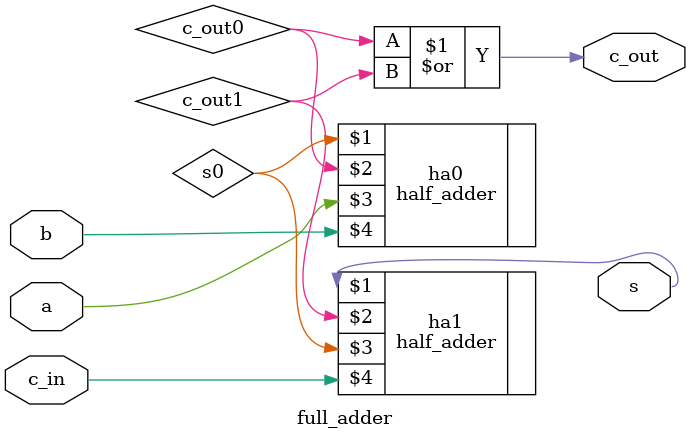
<source format=v>
module full_adder (
    output s    ,
    output c_out,
    input  a    ,
    input  b    ,
    input  c_in
);

    wire s0    ;
    wire c_out0;
    wire c_out1;

    half_adder ha0 (s0, c_out0, a, b);
    half_adder ha1 (s, c_out1, s0, c_in);
    or #4 (c_out, c_out0, c_out1);

endmodule

</source>
